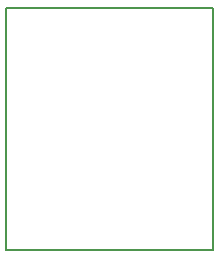
<source format=gbr>
%TF.GenerationSoftware,KiCad,Pcbnew,9.0.0*%
%TF.CreationDate,2025-02-28T17:36:00-08:00*%
%TF.ProjectId,3pdt board,33706474-2062-46f6-9172-642e6b696361,rev?*%
%TF.SameCoordinates,Original*%
%TF.FileFunction,Profile,NP*%
%FSLAX46Y46*%
G04 Gerber Fmt 4.6, Leading zero omitted, Abs format (unit mm)*
G04 Created by KiCad (PCBNEW 9.0.0) date 2025-02-28 17:36:00*
%MOMM*%
%LPD*%
G01*
G04 APERTURE LIST*
%TA.AperFunction,Profile*%
%ADD10C,0.200000*%
%TD*%
G04 APERTURE END LIST*
D10*
X130850000Y-65930000D02*
X148350000Y-65930000D01*
X148350000Y-86430000D01*
X130850000Y-86430000D01*
X130850000Y-65930000D01*
M02*

</source>
